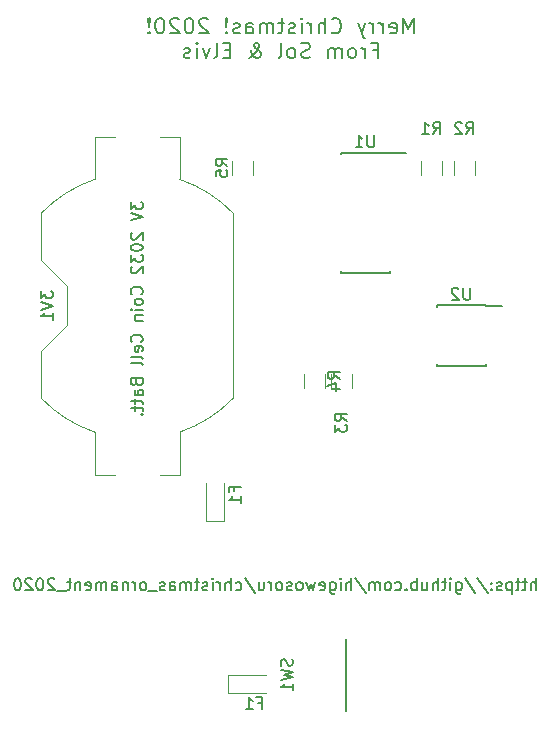
<source format=gbr>
%TF.GenerationSoftware,KiCad,Pcbnew,5.1.8-db9833491~88~ubuntu18.04.1*%
%TF.CreationDate,2020-11-25T20:35:17-08:00*%
%TF.ProjectId,xmas_ornament_2020,786d6173-5f6f-4726-9e61-6d656e745f32,rev?*%
%TF.SameCoordinates,Original*%
%TF.FileFunction,Legend,Bot*%
%TF.FilePolarity,Positive*%
%FSLAX46Y46*%
G04 Gerber Fmt 4.6, Leading zero omitted, Abs format (unit mm)*
G04 Created by KiCad (PCBNEW 5.1.8-db9833491~88~ubuntu18.04.1) date 2020-11-25 20:35:17*
%MOMM*%
%LPD*%
G01*
G04 APERTURE LIST*
%ADD10C,0.150000*%
%ADD11C,0.120000*%
G04 APERTURE END LIST*
D10*
X110971428Y-125420380D02*
X110971428Y-124420380D01*
X110542857Y-125420380D02*
X110542857Y-124896571D01*
X110590476Y-124801333D01*
X110685714Y-124753714D01*
X110828571Y-124753714D01*
X110923809Y-124801333D01*
X110971428Y-124848952D01*
X110209523Y-124753714D02*
X109828571Y-124753714D01*
X110066666Y-124420380D02*
X110066666Y-125277523D01*
X110019047Y-125372761D01*
X109923809Y-125420380D01*
X109828571Y-125420380D01*
X109638095Y-124753714D02*
X109257142Y-124753714D01*
X109495238Y-124420380D02*
X109495238Y-125277523D01*
X109447619Y-125372761D01*
X109352380Y-125420380D01*
X109257142Y-125420380D01*
X108923809Y-124753714D02*
X108923809Y-125753714D01*
X108923809Y-124801333D02*
X108828571Y-124753714D01*
X108638095Y-124753714D01*
X108542857Y-124801333D01*
X108495238Y-124848952D01*
X108447619Y-124944190D01*
X108447619Y-125229904D01*
X108495238Y-125325142D01*
X108542857Y-125372761D01*
X108638095Y-125420380D01*
X108828571Y-125420380D01*
X108923809Y-125372761D01*
X108066666Y-125372761D02*
X107971428Y-125420380D01*
X107780952Y-125420380D01*
X107685714Y-125372761D01*
X107638095Y-125277523D01*
X107638095Y-125229904D01*
X107685714Y-125134666D01*
X107780952Y-125087047D01*
X107923809Y-125087047D01*
X108019047Y-125039428D01*
X108066666Y-124944190D01*
X108066666Y-124896571D01*
X108019047Y-124801333D01*
X107923809Y-124753714D01*
X107780952Y-124753714D01*
X107685714Y-124801333D01*
X107209523Y-125325142D02*
X107161904Y-125372761D01*
X107209523Y-125420380D01*
X107257142Y-125372761D01*
X107209523Y-125325142D01*
X107209523Y-125420380D01*
X107209523Y-124801333D02*
X107161904Y-124848952D01*
X107209523Y-124896571D01*
X107257142Y-124848952D01*
X107209523Y-124801333D01*
X107209523Y-124896571D01*
X106019047Y-124372761D02*
X106876190Y-125658476D01*
X104971428Y-124372761D02*
X105828571Y-125658476D01*
X104209523Y-124753714D02*
X104209523Y-125563238D01*
X104257142Y-125658476D01*
X104304761Y-125706095D01*
X104400000Y-125753714D01*
X104542857Y-125753714D01*
X104638095Y-125706095D01*
X104209523Y-125372761D02*
X104304761Y-125420380D01*
X104495238Y-125420380D01*
X104590476Y-125372761D01*
X104638095Y-125325142D01*
X104685714Y-125229904D01*
X104685714Y-124944190D01*
X104638095Y-124848952D01*
X104590476Y-124801333D01*
X104495238Y-124753714D01*
X104304761Y-124753714D01*
X104209523Y-124801333D01*
X103733333Y-125420380D02*
X103733333Y-124753714D01*
X103733333Y-124420380D02*
X103780952Y-124468000D01*
X103733333Y-124515619D01*
X103685714Y-124468000D01*
X103733333Y-124420380D01*
X103733333Y-124515619D01*
X103400000Y-124753714D02*
X103019047Y-124753714D01*
X103257142Y-124420380D02*
X103257142Y-125277523D01*
X103209523Y-125372761D01*
X103114285Y-125420380D01*
X103019047Y-125420380D01*
X102685714Y-125420380D02*
X102685714Y-124420380D01*
X102257142Y-125420380D02*
X102257142Y-124896571D01*
X102304761Y-124801333D01*
X102400000Y-124753714D01*
X102542857Y-124753714D01*
X102638095Y-124801333D01*
X102685714Y-124848952D01*
X101352380Y-124753714D02*
X101352380Y-125420380D01*
X101780952Y-124753714D02*
X101780952Y-125277523D01*
X101733333Y-125372761D01*
X101638095Y-125420380D01*
X101495238Y-125420380D01*
X101400000Y-125372761D01*
X101352380Y-125325142D01*
X100876190Y-125420380D02*
X100876190Y-124420380D01*
X100876190Y-124801333D02*
X100780952Y-124753714D01*
X100590476Y-124753714D01*
X100495238Y-124801333D01*
X100447619Y-124848952D01*
X100400000Y-124944190D01*
X100400000Y-125229904D01*
X100447619Y-125325142D01*
X100495238Y-125372761D01*
X100590476Y-125420380D01*
X100780952Y-125420380D01*
X100876190Y-125372761D01*
X99971428Y-125325142D02*
X99923809Y-125372761D01*
X99971428Y-125420380D01*
X100019047Y-125372761D01*
X99971428Y-125325142D01*
X99971428Y-125420380D01*
X99066666Y-125372761D02*
X99161904Y-125420380D01*
X99352380Y-125420380D01*
X99447619Y-125372761D01*
X99495238Y-125325142D01*
X99542857Y-125229904D01*
X99542857Y-124944190D01*
X99495238Y-124848952D01*
X99447619Y-124801333D01*
X99352380Y-124753714D01*
X99161904Y-124753714D01*
X99066666Y-124801333D01*
X98495238Y-125420380D02*
X98590476Y-125372761D01*
X98638095Y-125325142D01*
X98685714Y-125229904D01*
X98685714Y-124944190D01*
X98638095Y-124848952D01*
X98590476Y-124801333D01*
X98495238Y-124753714D01*
X98352380Y-124753714D01*
X98257142Y-124801333D01*
X98209523Y-124848952D01*
X98161904Y-124944190D01*
X98161904Y-125229904D01*
X98209523Y-125325142D01*
X98257142Y-125372761D01*
X98352380Y-125420380D01*
X98495238Y-125420380D01*
X97733333Y-125420380D02*
X97733333Y-124753714D01*
X97733333Y-124848952D02*
X97685714Y-124801333D01*
X97590476Y-124753714D01*
X97447619Y-124753714D01*
X97352380Y-124801333D01*
X97304761Y-124896571D01*
X97304761Y-125420380D01*
X97304761Y-124896571D02*
X97257142Y-124801333D01*
X97161904Y-124753714D01*
X97019047Y-124753714D01*
X96923809Y-124801333D01*
X96876190Y-124896571D01*
X96876190Y-125420380D01*
X95685714Y-124372761D02*
X96542857Y-125658476D01*
X95352380Y-125420380D02*
X95352380Y-124420380D01*
X94923809Y-125420380D02*
X94923809Y-124896571D01*
X94971428Y-124801333D01*
X95066666Y-124753714D01*
X95209523Y-124753714D01*
X95304761Y-124801333D01*
X95352380Y-124848952D01*
X94447619Y-125420380D02*
X94447619Y-124753714D01*
X94447619Y-124420380D02*
X94495238Y-124468000D01*
X94447619Y-124515619D01*
X94400000Y-124468000D01*
X94447619Y-124420380D01*
X94447619Y-124515619D01*
X93542857Y-124753714D02*
X93542857Y-125563238D01*
X93590476Y-125658476D01*
X93638095Y-125706095D01*
X93733333Y-125753714D01*
X93876190Y-125753714D01*
X93971428Y-125706095D01*
X93542857Y-125372761D02*
X93638095Y-125420380D01*
X93828571Y-125420380D01*
X93923809Y-125372761D01*
X93971428Y-125325142D01*
X94019047Y-125229904D01*
X94019047Y-124944190D01*
X93971428Y-124848952D01*
X93923809Y-124801333D01*
X93828571Y-124753714D01*
X93638095Y-124753714D01*
X93542857Y-124801333D01*
X92685714Y-125372761D02*
X92780952Y-125420380D01*
X92971428Y-125420380D01*
X93066666Y-125372761D01*
X93114285Y-125277523D01*
X93114285Y-124896571D01*
X93066666Y-124801333D01*
X92971428Y-124753714D01*
X92780952Y-124753714D01*
X92685714Y-124801333D01*
X92638095Y-124896571D01*
X92638095Y-124991809D01*
X93114285Y-125087047D01*
X92304761Y-124753714D02*
X92114285Y-125420380D01*
X91923809Y-124944190D01*
X91733333Y-125420380D01*
X91542857Y-124753714D01*
X91019047Y-125420380D02*
X91114285Y-125372761D01*
X91161904Y-125325142D01*
X91209523Y-125229904D01*
X91209523Y-124944190D01*
X91161904Y-124848952D01*
X91114285Y-124801333D01*
X91019047Y-124753714D01*
X90876190Y-124753714D01*
X90780952Y-124801333D01*
X90733333Y-124848952D01*
X90685714Y-124944190D01*
X90685714Y-125229904D01*
X90733333Y-125325142D01*
X90780952Y-125372761D01*
X90876190Y-125420380D01*
X91019047Y-125420380D01*
X90304761Y-125372761D02*
X90209523Y-125420380D01*
X90019047Y-125420380D01*
X89923809Y-125372761D01*
X89876190Y-125277523D01*
X89876190Y-125229904D01*
X89923809Y-125134666D01*
X90019047Y-125087047D01*
X90161904Y-125087047D01*
X90257142Y-125039428D01*
X90304761Y-124944190D01*
X90304761Y-124896571D01*
X90257142Y-124801333D01*
X90161904Y-124753714D01*
X90019047Y-124753714D01*
X89923809Y-124801333D01*
X89304761Y-125420380D02*
X89400000Y-125372761D01*
X89447619Y-125325142D01*
X89495238Y-125229904D01*
X89495238Y-124944190D01*
X89447619Y-124848952D01*
X89400000Y-124801333D01*
X89304761Y-124753714D01*
X89161904Y-124753714D01*
X89066666Y-124801333D01*
X89019047Y-124848952D01*
X88971428Y-124944190D01*
X88971428Y-125229904D01*
X89019047Y-125325142D01*
X89066666Y-125372761D01*
X89161904Y-125420380D01*
X89304761Y-125420380D01*
X88542857Y-125420380D02*
X88542857Y-124753714D01*
X88542857Y-124944190D02*
X88495238Y-124848952D01*
X88447619Y-124801333D01*
X88352380Y-124753714D01*
X88257142Y-124753714D01*
X87495238Y-124753714D02*
X87495238Y-125420380D01*
X87923809Y-124753714D02*
X87923809Y-125277523D01*
X87876190Y-125372761D01*
X87780952Y-125420380D01*
X87638095Y-125420380D01*
X87542857Y-125372761D01*
X87495238Y-125325142D01*
X86304761Y-124372761D02*
X87161904Y-125658476D01*
X85542857Y-125372761D02*
X85638095Y-125420380D01*
X85828571Y-125420380D01*
X85923809Y-125372761D01*
X85971428Y-125325142D01*
X86019047Y-125229904D01*
X86019047Y-124944190D01*
X85971428Y-124848952D01*
X85923809Y-124801333D01*
X85828571Y-124753714D01*
X85638095Y-124753714D01*
X85542857Y-124801333D01*
X85114285Y-125420380D02*
X85114285Y-124420380D01*
X84685714Y-125420380D02*
X84685714Y-124896571D01*
X84733333Y-124801333D01*
X84828571Y-124753714D01*
X84971428Y-124753714D01*
X85066666Y-124801333D01*
X85114285Y-124848952D01*
X84209523Y-125420380D02*
X84209523Y-124753714D01*
X84209523Y-124944190D02*
X84161904Y-124848952D01*
X84114285Y-124801333D01*
X84019047Y-124753714D01*
X83923809Y-124753714D01*
X83590476Y-125420380D02*
X83590476Y-124753714D01*
X83590476Y-124420380D02*
X83638095Y-124468000D01*
X83590476Y-124515619D01*
X83542857Y-124468000D01*
X83590476Y-124420380D01*
X83590476Y-124515619D01*
X83161904Y-125372761D02*
X83066666Y-125420380D01*
X82876190Y-125420380D01*
X82780952Y-125372761D01*
X82733333Y-125277523D01*
X82733333Y-125229904D01*
X82780952Y-125134666D01*
X82876190Y-125087047D01*
X83019047Y-125087047D01*
X83114285Y-125039428D01*
X83161904Y-124944190D01*
X83161904Y-124896571D01*
X83114285Y-124801333D01*
X83019047Y-124753714D01*
X82876190Y-124753714D01*
X82780952Y-124801333D01*
X82447619Y-124753714D02*
X82066666Y-124753714D01*
X82304761Y-124420380D02*
X82304761Y-125277523D01*
X82257142Y-125372761D01*
X82161904Y-125420380D01*
X82066666Y-125420380D01*
X81733333Y-125420380D02*
X81733333Y-124753714D01*
X81733333Y-124848952D02*
X81685714Y-124801333D01*
X81590476Y-124753714D01*
X81447619Y-124753714D01*
X81352380Y-124801333D01*
X81304761Y-124896571D01*
X81304761Y-125420380D01*
X81304761Y-124896571D02*
X81257142Y-124801333D01*
X81161904Y-124753714D01*
X81019047Y-124753714D01*
X80923809Y-124801333D01*
X80876190Y-124896571D01*
X80876190Y-125420380D01*
X79971428Y-125420380D02*
X79971428Y-124896571D01*
X80019047Y-124801333D01*
X80114285Y-124753714D01*
X80304761Y-124753714D01*
X80400000Y-124801333D01*
X79971428Y-125372761D02*
X80066666Y-125420380D01*
X80304761Y-125420380D01*
X80400000Y-125372761D01*
X80447619Y-125277523D01*
X80447619Y-125182285D01*
X80400000Y-125087047D01*
X80304761Y-125039428D01*
X80066666Y-125039428D01*
X79971428Y-124991809D01*
X79542857Y-125372761D02*
X79447619Y-125420380D01*
X79257142Y-125420380D01*
X79161904Y-125372761D01*
X79114285Y-125277523D01*
X79114285Y-125229904D01*
X79161904Y-125134666D01*
X79257142Y-125087047D01*
X79400000Y-125087047D01*
X79495238Y-125039428D01*
X79542857Y-124944190D01*
X79542857Y-124896571D01*
X79495238Y-124801333D01*
X79400000Y-124753714D01*
X79257142Y-124753714D01*
X79161904Y-124801333D01*
X78923809Y-125515619D02*
X78161904Y-125515619D01*
X77780952Y-125420380D02*
X77876190Y-125372761D01*
X77923809Y-125325142D01*
X77971428Y-125229904D01*
X77971428Y-124944190D01*
X77923809Y-124848952D01*
X77876190Y-124801333D01*
X77780952Y-124753714D01*
X77638095Y-124753714D01*
X77542857Y-124801333D01*
X77495238Y-124848952D01*
X77447619Y-124944190D01*
X77447619Y-125229904D01*
X77495238Y-125325142D01*
X77542857Y-125372761D01*
X77638095Y-125420380D01*
X77780952Y-125420380D01*
X77019047Y-125420380D02*
X77019047Y-124753714D01*
X77019047Y-124944190D02*
X76971428Y-124848952D01*
X76923809Y-124801333D01*
X76828571Y-124753714D01*
X76733333Y-124753714D01*
X76400000Y-124753714D02*
X76400000Y-125420380D01*
X76400000Y-124848952D02*
X76352380Y-124801333D01*
X76257142Y-124753714D01*
X76114285Y-124753714D01*
X76019047Y-124801333D01*
X75971428Y-124896571D01*
X75971428Y-125420380D01*
X75066666Y-125420380D02*
X75066666Y-124896571D01*
X75114285Y-124801333D01*
X75209523Y-124753714D01*
X75400000Y-124753714D01*
X75495238Y-124801333D01*
X75066666Y-125372761D02*
X75161904Y-125420380D01*
X75400000Y-125420380D01*
X75495238Y-125372761D01*
X75542857Y-125277523D01*
X75542857Y-125182285D01*
X75495238Y-125087047D01*
X75400000Y-125039428D01*
X75161904Y-125039428D01*
X75066666Y-124991809D01*
X74590476Y-125420380D02*
X74590476Y-124753714D01*
X74590476Y-124848952D02*
X74542857Y-124801333D01*
X74447619Y-124753714D01*
X74304761Y-124753714D01*
X74209523Y-124801333D01*
X74161904Y-124896571D01*
X74161904Y-125420380D01*
X74161904Y-124896571D02*
X74114285Y-124801333D01*
X74019047Y-124753714D01*
X73876190Y-124753714D01*
X73780952Y-124801333D01*
X73733333Y-124896571D01*
X73733333Y-125420380D01*
X72876190Y-125372761D02*
X72971428Y-125420380D01*
X73161904Y-125420380D01*
X73257142Y-125372761D01*
X73304761Y-125277523D01*
X73304761Y-124896571D01*
X73257142Y-124801333D01*
X73161904Y-124753714D01*
X72971428Y-124753714D01*
X72876190Y-124801333D01*
X72828571Y-124896571D01*
X72828571Y-124991809D01*
X73304761Y-125087047D01*
X72400000Y-124753714D02*
X72400000Y-125420380D01*
X72400000Y-124848952D02*
X72352380Y-124801333D01*
X72257142Y-124753714D01*
X72114285Y-124753714D01*
X72019047Y-124801333D01*
X71971428Y-124896571D01*
X71971428Y-125420380D01*
X71638095Y-124753714D02*
X71257142Y-124753714D01*
X71495238Y-124420380D02*
X71495238Y-125277523D01*
X71447619Y-125372761D01*
X71352380Y-125420380D01*
X71257142Y-125420380D01*
X71161904Y-125515619D02*
X70400000Y-125515619D01*
X70209523Y-124515619D02*
X70161904Y-124468000D01*
X70066666Y-124420380D01*
X69828571Y-124420380D01*
X69733333Y-124468000D01*
X69685714Y-124515619D01*
X69638095Y-124610857D01*
X69638095Y-124706095D01*
X69685714Y-124848952D01*
X70257142Y-125420380D01*
X69638095Y-125420380D01*
X69019047Y-124420380D02*
X68923809Y-124420380D01*
X68828571Y-124468000D01*
X68780952Y-124515619D01*
X68733333Y-124610857D01*
X68685714Y-124801333D01*
X68685714Y-125039428D01*
X68733333Y-125229904D01*
X68780952Y-125325142D01*
X68828571Y-125372761D01*
X68923809Y-125420380D01*
X69019047Y-125420380D01*
X69114285Y-125372761D01*
X69161904Y-125325142D01*
X69209523Y-125229904D01*
X69257142Y-125039428D01*
X69257142Y-124801333D01*
X69209523Y-124610857D01*
X69161904Y-124515619D01*
X69114285Y-124468000D01*
X69019047Y-124420380D01*
X68304761Y-124515619D02*
X68257142Y-124468000D01*
X68161904Y-124420380D01*
X67923809Y-124420380D01*
X67828571Y-124468000D01*
X67780952Y-124515619D01*
X67733333Y-124610857D01*
X67733333Y-124706095D01*
X67780952Y-124848952D01*
X68352380Y-125420380D01*
X67733333Y-125420380D01*
X67114285Y-124420380D02*
X67019047Y-124420380D01*
X66923809Y-124468000D01*
X66876190Y-124515619D01*
X66828571Y-124610857D01*
X66780952Y-124801333D01*
X66780952Y-125039428D01*
X66828571Y-125229904D01*
X66876190Y-125325142D01*
X66923809Y-125372761D01*
X67019047Y-125420380D01*
X67114285Y-125420380D01*
X67209523Y-125372761D01*
X67257142Y-125325142D01*
X67304761Y-125229904D01*
X67352380Y-125039428D01*
X67352380Y-124801333D01*
X67304761Y-124610857D01*
X67257142Y-124515619D01*
X67209523Y-124468000D01*
X67114285Y-124420380D01*
X76668380Y-92552380D02*
X76668380Y-93171428D01*
X77049333Y-92838095D01*
X77049333Y-92980952D01*
X77096952Y-93076190D01*
X77144571Y-93123809D01*
X77239809Y-93171428D01*
X77477904Y-93171428D01*
X77573142Y-93123809D01*
X77620761Y-93076190D01*
X77668380Y-92980952D01*
X77668380Y-92695238D01*
X77620761Y-92600000D01*
X77573142Y-92552380D01*
X76668380Y-93457142D02*
X77668380Y-93790476D01*
X76668380Y-94123809D01*
X76763619Y-95171428D02*
X76716000Y-95219047D01*
X76668380Y-95314285D01*
X76668380Y-95552380D01*
X76716000Y-95647619D01*
X76763619Y-95695238D01*
X76858857Y-95742857D01*
X76954095Y-95742857D01*
X77096952Y-95695238D01*
X77668380Y-95123809D01*
X77668380Y-95742857D01*
X76668380Y-96361904D02*
X76668380Y-96457142D01*
X76716000Y-96552380D01*
X76763619Y-96600000D01*
X76858857Y-96647619D01*
X77049333Y-96695238D01*
X77287428Y-96695238D01*
X77477904Y-96647619D01*
X77573142Y-96600000D01*
X77620761Y-96552380D01*
X77668380Y-96457142D01*
X77668380Y-96361904D01*
X77620761Y-96266666D01*
X77573142Y-96219047D01*
X77477904Y-96171428D01*
X77287428Y-96123809D01*
X77049333Y-96123809D01*
X76858857Y-96171428D01*
X76763619Y-96219047D01*
X76716000Y-96266666D01*
X76668380Y-96361904D01*
X76668380Y-97028571D02*
X76668380Y-97647619D01*
X77049333Y-97314285D01*
X77049333Y-97457142D01*
X77096952Y-97552380D01*
X77144571Y-97600000D01*
X77239809Y-97647619D01*
X77477904Y-97647619D01*
X77573142Y-97600000D01*
X77620761Y-97552380D01*
X77668380Y-97457142D01*
X77668380Y-97171428D01*
X77620761Y-97076190D01*
X77573142Y-97028571D01*
X76763619Y-98028571D02*
X76716000Y-98076190D01*
X76668380Y-98171428D01*
X76668380Y-98409523D01*
X76716000Y-98504761D01*
X76763619Y-98552380D01*
X76858857Y-98600000D01*
X76954095Y-98600000D01*
X77096952Y-98552380D01*
X77668380Y-97980952D01*
X77668380Y-98600000D01*
X77573142Y-100361904D02*
X77620761Y-100314285D01*
X77668380Y-100171428D01*
X77668380Y-100076190D01*
X77620761Y-99933333D01*
X77525523Y-99838095D01*
X77430285Y-99790476D01*
X77239809Y-99742857D01*
X77096952Y-99742857D01*
X76906476Y-99790476D01*
X76811238Y-99838095D01*
X76716000Y-99933333D01*
X76668380Y-100076190D01*
X76668380Y-100171428D01*
X76716000Y-100314285D01*
X76763619Y-100361904D01*
X77668380Y-100933333D02*
X77620761Y-100838095D01*
X77573142Y-100790476D01*
X77477904Y-100742857D01*
X77192190Y-100742857D01*
X77096952Y-100790476D01*
X77049333Y-100838095D01*
X77001714Y-100933333D01*
X77001714Y-101076190D01*
X77049333Y-101171428D01*
X77096952Y-101219047D01*
X77192190Y-101266666D01*
X77477904Y-101266666D01*
X77573142Y-101219047D01*
X77620761Y-101171428D01*
X77668380Y-101076190D01*
X77668380Y-100933333D01*
X77668380Y-101695238D02*
X77001714Y-101695238D01*
X76668380Y-101695238D02*
X76716000Y-101647619D01*
X76763619Y-101695238D01*
X76716000Y-101742857D01*
X76668380Y-101695238D01*
X76763619Y-101695238D01*
X77001714Y-102171428D02*
X77668380Y-102171428D01*
X77096952Y-102171428D02*
X77049333Y-102219047D01*
X77001714Y-102314285D01*
X77001714Y-102457142D01*
X77049333Y-102552380D01*
X77144571Y-102600000D01*
X77668380Y-102600000D01*
X77573142Y-104409523D02*
X77620761Y-104361904D01*
X77668380Y-104219047D01*
X77668380Y-104123809D01*
X77620761Y-103980952D01*
X77525523Y-103885714D01*
X77430285Y-103838095D01*
X77239809Y-103790476D01*
X77096952Y-103790476D01*
X76906476Y-103838095D01*
X76811238Y-103885714D01*
X76716000Y-103980952D01*
X76668380Y-104123809D01*
X76668380Y-104219047D01*
X76716000Y-104361904D01*
X76763619Y-104409523D01*
X77620761Y-105219047D02*
X77668380Y-105123809D01*
X77668380Y-104933333D01*
X77620761Y-104838095D01*
X77525523Y-104790476D01*
X77144571Y-104790476D01*
X77049333Y-104838095D01*
X77001714Y-104933333D01*
X77001714Y-105123809D01*
X77049333Y-105219047D01*
X77144571Y-105266666D01*
X77239809Y-105266666D01*
X77335047Y-104790476D01*
X77668380Y-105838095D02*
X77620761Y-105742857D01*
X77525523Y-105695238D01*
X76668380Y-105695238D01*
X77668380Y-106361904D02*
X77620761Y-106266666D01*
X77525523Y-106219047D01*
X76668380Y-106219047D01*
X77144571Y-107838095D02*
X77192190Y-107980952D01*
X77239809Y-108028571D01*
X77335047Y-108076190D01*
X77477904Y-108076190D01*
X77573142Y-108028571D01*
X77620761Y-107980952D01*
X77668380Y-107885714D01*
X77668380Y-107504761D01*
X76668380Y-107504761D01*
X76668380Y-107838095D01*
X76716000Y-107933333D01*
X76763619Y-107980952D01*
X76858857Y-108028571D01*
X76954095Y-108028571D01*
X77049333Y-107980952D01*
X77096952Y-107933333D01*
X77144571Y-107838095D01*
X77144571Y-107504761D01*
X77668380Y-108933333D02*
X77144571Y-108933333D01*
X77049333Y-108885714D01*
X77001714Y-108790476D01*
X77001714Y-108600000D01*
X77049333Y-108504761D01*
X77620761Y-108933333D02*
X77668380Y-108838095D01*
X77668380Y-108600000D01*
X77620761Y-108504761D01*
X77525523Y-108457142D01*
X77430285Y-108457142D01*
X77335047Y-108504761D01*
X77287428Y-108600000D01*
X77287428Y-108838095D01*
X77239809Y-108933333D01*
X77001714Y-109266666D02*
X77001714Y-109647619D01*
X76668380Y-109409523D02*
X77525523Y-109409523D01*
X77620761Y-109457142D01*
X77668380Y-109552380D01*
X77668380Y-109647619D01*
X77001714Y-109838095D02*
X77001714Y-110219047D01*
X76668380Y-109980952D02*
X77525523Y-109980952D01*
X77620761Y-110028571D01*
X77668380Y-110123809D01*
X77668380Y-110219047D01*
X77573142Y-110552380D02*
X77620761Y-110600000D01*
X77668380Y-110552380D01*
X77620761Y-110504761D01*
X77573142Y-110552380D01*
X77668380Y-110552380D01*
X100612761Y-78278095D02*
X100612761Y-76978095D01*
X100179428Y-77906666D01*
X99746095Y-76978095D01*
X99746095Y-78278095D01*
X98631809Y-78216190D02*
X98755619Y-78278095D01*
X99003238Y-78278095D01*
X99127047Y-78216190D01*
X99188952Y-78092380D01*
X99188952Y-77597142D01*
X99127047Y-77473333D01*
X99003238Y-77411428D01*
X98755619Y-77411428D01*
X98631809Y-77473333D01*
X98569904Y-77597142D01*
X98569904Y-77720952D01*
X99188952Y-77844761D01*
X98012761Y-78278095D02*
X98012761Y-77411428D01*
X98012761Y-77659047D02*
X97950857Y-77535238D01*
X97888952Y-77473333D01*
X97765142Y-77411428D01*
X97641333Y-77411428D01*
X97208000Y-78278095D02*
X97208000Y-77411428D01*
X97208000Y-77659047D02*
X97146095Y-77535238D01*
X97084190Y-77473333D01*
X96960380Y-77411428D01*
X96836571Y-77411428D01*
X96527047Y-77411428D02*
X96217523Y-78278095D01*
X95908000Y-77411428D02*
X96217523Y-78278095D01*
X96341333Y-78587619D01*
X96403238Y-78649523D01*
X96527047Y-78711428D01*
X93679428Y-78154285D02*
X93741333Y-78216190D01*
X93927047Y-78278095D01*
X94050857Y-78278095D01*
X94236571Y-78216190D01*
X94360380Y-78092380D01*
X94422285Y-77968571D01*
X94484190Y-77720952D01*
X94484190Y-77535238D01*
X94422285Y-77287619D01*
X94360380Y-77163809D01*
X94236571Y-77040000D01*
X94050857Y-76978095D01*
X93927047Y-76978095D01*
X93741333Y-77040000D01*
X93679428Y-77101904D01*
X93122285Y-78278095D02*
X93122285Y-76978095D01*
X92565142Y-78278095D02*
X92565142Y-77597142D01*
X92627047Y-77473333D01*
X92750857Y-77411428D01*
X92936571Y-77411428D01*
X93060380Y-77473333D01*
X93122285Y-77535238D01*
X91946095Y-78278095D02*
X91946095Y-77411428D01*
X91946095Y-77659047D02*
X91884190Y-77535238D01*
X91822285Y-77473333D01*
X91698476Y-77411428D01*
X91574666Y-77411428D01*
X91141333Y-78278095D02*
X91141333Y-77411428D01*
X91141333Y-76978095D02*
X91203238Y-77040000D01*
X91141333Y-77101904D01*
X91079428Y-77040000D01*
X91141333Y-76978095D01*
X91141333Y-77101904D01*
X90584190Y-78216190D02*
X90460380Y-78278095D01*
X90212761Y-78278095D01*
X90088952Y-78216190D01*
X90027047Y-78092380D01*
X90027047Y-78030476D01*
X90088952Y-77906666D01*
X90212761Y-77844761D01*
X90398476Y-77844761D01*
X90522285Y-77782857D01*
X90584190Y-77659047D01*
X90584190Y-77597142D01*
X90522285Y-77473333D01*
X90398476Y-77411428D01*
X90212761Y-77411428D01*
X90088952Y-77473333D01*
X89655619Y-77411428D02*
X89160380Y-77411428D01*
X89469904Y-76978095D02*
X89469904Y-78092380D01*
X89408000Y-78216190D01*
X89284190Y-78278095D01*
X89160380Y-78278095D01*
X88727047Y-78278095D02*
X88727047Y-77411428D01*
X88727047Y-77535238D02*
X88665142Y-77473333D01*
X88541333Y-77411428D01*
X88355619Y-77411428D01*
X88231809Y-77473333D01*
X88169904Y-77597142D01*
X88169904Y-78278095D01*
X88169904Y-77597142D02*
X88108000Y-77473333D01*
X87984190Y-77411428D01*
X87798476Y-77411428D01*
X87674666Y-77473333D01*
X87612761Y-77597142D01*
X87612761Y-78278095D01*
X86436571Y-78278095D02*
X86436571Y-77597142D01*
X86498476Y-77473333D01*
X86622285Y-77411428D01*
X86869904Y-77411428D01*
X86993714Y-77473333D01*
X86436571Y-78216190D02*
X86560380Y-78278095D01*
X86869904Y-78278095D01*
X86993714Y-78216190D01*
X87055619Y-78092380D01*
X87055619Y-77968571D01*
X86993714Y-77844761D01*
X86869904Y-77782857D01*
X86560380Y-77782857D01*
X86436571Y-77720952D01*
X85879428Y-78216190D02*
X85755619Y-78278095D01*
X85508000Y-78278095D01*
X85384190Y-78216190D01*
X85322285Y-78092380D01*
X85322285Y-78030476D01*
X85384190Y-77906666D01*
X85508000Y-77844761D01*
X85693714Y-77844761D01*
X85817523Y-77782857D01*
X85879428Y-77659047D01*
X85879428Y-77597142D01*
X85817523Y-77473333D01*
X85693714Y-77411428D01*
X85508000Y-77411428D01*
X85384190Y-77473333D01*
X84765142Y-78154285D02*
X84703238Y-78216190D01*
X84765142Y-78278095D01*
X84827047Y-78216190D01*
X84765142Y-78154285D01*
X84765142Y-78278095D01*
X84765142Y-77782857D02*
X84827047Y-77040000D01*
X84765142Y-76978095D01*
X84703238Y-77040000D01*
X84765142Y-77782857D01*
X84765142Y-76978095D01*
X83217523Y-77101904D02*
X83155619Y-77040000D01*
X83031809Y-76978095D01*
X82722285Y-76978095D01*
X82598476Y-77040000D01*
X82536571Y-77101904D01*
X82474666Y-77225714D01*
X82474666Y-77349523D01*
X82536571Y-77535238D01*
X83279428Y-78278095D01*
X82474666Y-78278095D01*
X81669904Y-76978095D02*
X81546095Y-76978095D01*
X81422285Y-77040000D01*
X81360380Y-77101904D01*
X81298476Y-77225714D01*
X81236571Y-77473333D01*
X81236571Y-77782857D01*
X81298476Y-78030476D01*
X81360380Y-78154285D01*
X81422285Y-78216190D01*
X81546095Y-78278095D01*
X81669904Y-78278095D01*
X81793714Y-78216190D01*
X81855619Y-78154285D01*
X81917523Y-78030476D01*
X81979428Y-77782857D01*
X81979428Y-77473333D01*
X81917523Y-77225714D01*
X81855619Y-77101904D01*
X81793714Y-77040000D01*
X81669904Y-76978095D01*
X80741333Y-77101904D02*
X80679428Y-77040000D01*
X80555619Y-76978095D01*
X80246095Y-76978095D01*
X80122285Y-77040000D01*
X80060380Y-77101904D01*
X79998476Y-77225714D01*
X79998476Y-77349523D01*
X80060380Y-77535238D01*
X80803238Y-78278095D01*
X79998476Y-78278095D01*
X79193714Y-76978095D02*
X79069904Y-76978095D01*
X78946095Y-77040000D01*
X78884190Y-77101904D01*
X78822285Y-77225714D01*
X78760380Y-77473333D01*
X78760380Y-77782857D01*
X78822285Y-78030476D01*
X78884190Y-78154285D01*
X78946095Y-78216190D01*
X79069904Y-78278095D01*
X79193714Y-78278095D01*
X79317523Y-78216190D01*
X79379428Y-78154285D01*
X79441333Y-78030476D01*
X79503238Y-77782857D01*
X79503238Y-77473333D01*
X79441333Y-77225714D01*
X79379428Y-77101904D01*
X79317523Y-77040000D01*
X79193714Y-76978095D01*
X78203238Y-78154285D02*
X78141333Y-78216190D01*
X78203238Y-78278095D01*
X78265142Y-78216190D01*
X78203238Y-78154285D01*
X78203238Y-78278095D01*
X78203238Y-77782857D02*
X78265142Y-77040000D01*
X78203238Y-76978095D01*
X78141333Y-77040000D01*
X78203238Y-77782857D01*
X78203238Y-76978095D01*
X97177047Y-79697142D02*
X97610380Y-79697142D01*
X97610380Y-80378095D02*
X97610380Y-79078095D01*
X96991333Y-79078095D01*
X96496095Y-80378095D02*
X96496095Y-79511428D01*
X96496095Y-79759047D02*
X96434190Y-79635238D01*
X96372285Y-79573333D01*
X96248476Y-79511428D01*
X96124666Y-79511428D01*
X95505619Y-80378095D02*
X95629428Y-80316190D01*
X95691333Y-80254285D01*
X95753238Y-80130476D01*
X95753238Y-79759047D01*
X95691333Y-79635238D01*
X95629428Y-79573333D01*
X95505619Y-79511428D01*
X95319904Y-79511428D01*
X95196095Y-79573333D01*
X95134190Y-79635238D01*
X95072285Y-79759047D01*
X95072285Y-80130476D01*
X95134190Y-80254285D01*
X95196095Y-80316190D01*
X95319904Y-80378095D01*
X95505619Y-80378095D01*
X94515142Y-80378095D02*
X94515142Y-79511428D01*
X94515142Y-79635238D02*
X94453238Y-79573333D01*
X94329428Y-79511428D01*
X94143714Y-79511428D01*
X94019904Y-79573333D01*
X93958000Y-79697142D01*
X93958000Y-80378095D01*
X93958000Y-79697142D02*
X93896095Y-79573333D01*
X93772285Y-79511428D01*
X93586571Y-79511428D01*
X93462761Y-79573333D01*
X93400857Y-79697142D01*
X93400857Y-80378095D01*
X91853238Y-80316190D02*
X91667523Y-80378095D01*
X91358000Y-80378095D01*
X91234190Y-80316190D01*
X91172285Y-80254285D01*
X91110380Y-80130476D01*
X91110380Y-80006666D01*
X91172285Y-79882857D01*
X91234190Y-79820952D01*
X91358000Y-79759047D01*
X91605619Y-79697142D01*
X91729428Y-79635238D01*
X91791333Y-79573333D01*
X91853238Y-79449523D01*
X91853238Y-79325714D01*
X91791333Y-79201904D01*
X91729428Y-79140000D01*
X91605619Y-79078095D01*
X91296095Y-79078095D01*
X91110380Y-79140000D01*
X90367523Y-80378095D02*
X90491333Y-80316190D01*
X90553238Y-80254285D01*
X90615142Y-80130476D01*
X90615142Y-79759047D01*
X90553238Y-79635238D01*
X90491333Y-79573333D01*
X90367523Y-79511428D01*
X90181809Y-79511428D01*
X90058000Y-79573333D01*
X89996095Y-79635238D01*
X89934190Y-79759047D01*
X89934190Y-80130476D01*
X89996095Y-80254285D01*
X90058000Y-80316190D01*
X90181809Y-80378095D01*
X90367523Y-80378095D01*
X89191333Y-80378095D02*
X89315142Y-80316190D01*
X89377047Y-80192380D01*
X89377047Y-79078095D01*
X86653238Y-80378095D02*
X86715142Y-80378095D01*
X86838952Y-80316190D01*
X87024666Y-80130476D01*
X87334190Y-79759047D01*
X87458000Y-79573333D01*
X87519904Y-79387619D01*
X87519904Y-79263809D01*
X87458000Y-79140000D01*
X87334190Y-79078095D01*
X87272285Y-79078095D01*
X87148476Y-79140000D01*
X87086571Y-79263809D01*
X87086571Y-79325714D01*
X87148476Y-79449523D01*
X87210380Y-79511428D01*
X87581809Y-79759047D01*
X87643714Y-79820952D01*
X87705619Y-79944761D01*
X87705619Y-80130476D01*
X87643714Y-80254285D01*
X87581809Y-80316190D01*
X87458000Y-80378095D01*
X87272285Y-80378095D01*
X87148476Y-80316190D01*
X87086571Y-80254285D01*
X86900857Y-80006666D01*
X86838952Y-79820952D01*
X86838952Y-79697142D01*
X85105619Y-79697142D02*
X84672285Y-79697142D01*
X84486571Y-80378095D02*
X85105619Y-80378095D01*
X85105619Y-79078095D01*
X84486571Y-79078095D01*
X83743714Y-80378095D02*
X83867523Y-80316190D01*
X83929428Y-80192380D01*
X83929428Y-79078095D01*
X83372285Y-79511428D02*
X83062761Y-80378095D01*
X82753238Y-79511428D01*
X82258000Y-80378095D02*
X82258000Y-79511428D01*
X82258000Y-79078095D02*
X82319904Y-79140000D01*
X82258000Y-79201904D01*
X82196095Y-79140000D01*
X82258000Y-79078095D01*
X82258000Y-79201904D01*
X81700857Y-80316190D02*
X81577047Y-80378095D01*
X81329428Y-80378095D01*
X81205619Y-80316190D01*
X81143714Y-80192380D01*
X81143714Y-80130476D01*
X81205619Y-80006666D01*
X81329428Y-79944761D01*
X81515142Y-79944761D01*
X81638952Y-79882857D01*
X81700857Y-79759047D01*
X81700857Y-79697142D01*
X81638952Y-79573333D01*
X81515142Y-79511428D01*
X81329428Y-79511428D01*
X81205619Y-79573333D01*
D11*
%TO.C,F1*%
X84570000Y-119548000D02*
X83070000Y-119548000D01*
X84570000Y-119548000D02*
X84570000Y-116348000D01*
X83070000Y-116348000D02*
X83070000Y-119548000D01*
%TO.C,3V1*%
X75316000Y-115656000D02*
X73606000Y-115656000D01*
X73606000Y-112038000D02*
X73606000Y-115656000D01*
X69106000Y-105206000D02*
X69106000Y-109193300D01*
X71306000Y-103006000D02*
X69106000Y-105206000D01*
X71306000Y-99686000D02*
X71306000Y-103006000D01*
X71306000Y-99686000D02*
X69106000Y-97486000D01*
X69106000Y-93498700D02*
X69106000Y-97486000D01*
X75316000Y-87036000D02*
X73606000Y-87036000D01*
X73606000Y-87036000D02*
X73606000Y-90654000D01*
X80826000Y-90654000D02*
X80826000Y-87036000D01*
X79116000Y-87036000D02*
X80826000Y-87036000D01*
X85326000Y-109193300D02*
X85326000Y-93498700D01*
X79116000Y-115656000D02*
X80826000Y-115656000D01*
X80826000Y-115656000D02*
X80826000Y-112038000D01*
X69104211Y-109191370D02*
G75*
G03*
X73606000Y-112038000I8111789J7845370D01*
G01*
X85327789Y-93500630D02*
G75*
G03*
X80826000Y-90654000I-8111789J-7845370D01*
G01*
X69104211Y-93500630D02*
G75*
G02*
X73606000Y-90654000I8111789J-7845370D01*
G01*
X85327789Y-109191370D02*
G75*
G02*
X80826000Y-112038000I-8111789J7845370D01*
G01*
%TO.C,F1*%
X88122000Y-132600000D02*
X84922000Y-132600000D01*
X84922000Y-134100000D02*
X88122000Y-134100000D01*
X84922000Y-134100000D02*
X84922000Y-132600000D01*
%TO.C,R1*%
X102988000Y-90262000D02*
X102988000Y-89062000D01*
X101228000Y-89062000D02*
X101228000Y-90262000D01*
%TO.C,R2*%
X105782000Y-90262000D02*
X105782000Y-89062000D01*
X104022000Y-89062000D02*
X104022000Y-90262000D01*
%TO.C,R3*%
X93608000Y-107096000D02*
X93608000Y-108296000D01*
X95368000Y-108296000D02*
X95368000Y-107096000D01*
%TO.C,R4*%
X91322000Y-107096000D02*
X91322000Y-108296000D01*
X93082000Y-108296000D02*
X93082000Y-107096000D01*
%TO.C,R5*%
X86986000Y-90262000D02*
X86986000Y-89062000D01*
X85226000Y-89062000D02*
X85226000Y-90262000D01*
D10*
%TO.C,SW1*%
X94869000Y-129540000D02*
X94869000Y-135636000D01*
%TO.C,U1*%
X98595000Y-88397000D02*
X98595000Y-88422000D01*
X94445000Y-88397000D02*
X94445000Y-88502000D01*
X94445000Y-98547000D02*
X94445000Y-98442000D01*
X98595000Y-98547000D02*
X98595000Y-98442000D01*
X98595000Y-88397000D02*
X94445000Y-88397000D01*
X98595000Y-98547000D02*
X94445000Y-98547000D01*
X98595000Y-88422000D02*
X99970000Y-88422000D01*
%TO.C,U2*%
X106723000Y-101311000D02*
X106723000Y-101361000D01*
X102573000Y-101311000D02*
X102573000Y-101456000D01*
X102573000Y-106461000D02*
X102573000Y-106316000D01*
X106723000Y-106461000D02*
X106723000Y-106316000D01*
X106723000Y-101311000D02*
X102573000Y-101311000D01*
X106723000Y-106461000D02*
X102573000Y-106461000D01*
X106723000Y-101361000D02*
X108123000Y-101361000D01*
%TO.C,F1*%
X85448571Y-117014666D02*
X85448571Y-116681333D01*
X85972380Y-116681333D02*
X84972380Y-116681333D01*
X84972380Y-117157523D01*
X85972380Y-118062285D02*
X85972380Y-117490857D01*
X85972380Y-117776571D02*
X84972380Y-117776571D01*
X85115238Y-117681333D01*
X85210476Y-117586095D01*
X85258095Y-117490857D01*
%TO.C,3V1*%
X69048380Y-100107904D02*
X69048380Y-100726952D01*
X69429333Y-100393619D01*
X69429333Y-100536476D01*
X69476952Y-100631714D01*
X69524571Y-100679333D01*
X69619809Y-100726952D01*
X69857904Y-100726952D01*
X69953142Y-100679333D01*
X70000761Y-100631714D01*
X70048380Y-100536476D01*
X70048380Y-100250761D01*
X70000761Y-100155523D01*
X69953142Y-100107904D01*
X69048380Y-101012666D02*
X70048380Y-101346000D01*
X69048380Y-101679333D01*
X70048380Y-102536476D02*
X70048380Y-101965047D01*
X70048380Y-102250761D02*
X69048380Y-102250761D01*
X69191238Y-102155523D01*
X69286476Y-102060285D01*
X69334095Y-101965047D01*
%TO.C,F1*%
X87455333Y-134978571D02*
X87788666Y-134978571D01*
X87788666Y-135502380D02*
X87788666Y-134502380D01*
X87312476Y-134502380D01*
X86407714Y-135502380D02*
X86979142Y-135502380D01*
X86693428Y-135502380D02*
X86693428Y-134502380D01*
X86788666Y-134645238D01*
X86883904Y-134740476D01*
X86979142Y-134788095D01*
%TO.C,R1*%
X102274666Y-86812380D02*
X102608000Y-86336190D01*
X102846095Y-86812380D02*
X102846095Y-85812380D01*
X102465142Y-85812380D01*
X102369904Y-85860000D01*
X102322285Y-85907619D01*
X102274666Y-86002857D01*
X102274666Y-86145714D01*
X102322285Y-86240952D01*
X102369904Y-86288571D01*
X102465142Y-86336190D01*
X102846095Y-86336190D01*
X101322285Y-86812380D02*
X101893714Y-86812380D01*
X101608000Y-86812380D02*
X101608000Y-85812380D01*
X101703238Y-85955238D01*
X101798476Y-86050476D01*
X101893714Y-86098095D01*
%TO.C,R2*%
X105068666Y-86812380D02*
X105402000Y-86336190D01*
X105640095Y-86812380D02*
X105640095Y-85812380D01*
X105259142Y-85812380D01*
X105163904Y-85860000D01*
X105116285Y-85907619D01*
X105068666Y-86002857D01*
X105068666Y-86145714D01*
X105116285Y-86240952D01*
X105163904Y-86288571D01*
X105259142Y-86336190D01*
X105640095Y-86336190D01*
X104687714Y-85907619D02*
X104640095Y-85860000D01*
X104544857Y-85812380D01*
X104306761Y-85812380D01*
X104211523Y-85860000D01*
X104163904Y-85907619D01*
X104116285Y-86002857D01*
X104116285Y-86098095D01*
X104163904Y-86240952D01*
X104735333Y-86812380D01*
X104116285Y-86812380D01*
%TO.C,R3*%
X94940380Y-111085333D02*
X94464190Y-110752000D01*
X94940380Y-110513904D02*
X93940380Y-110513904D01*
X93940380Y-110894857D01*
X93988000Y-110990095D01*
X94035619Y-111037714D01*
X94130857Y-111085333D01*
X94273714Y-111085333D01*
X94368952Y-111037714D01*
X94416571Y-110990095D01*
X94464190Y-110894857D01*
X94464190Y-110513904D01*
X93940380Y-111418666D02*
X93940380Y-112037714D01*
X94321333Y-111704380D01*
X94321333Y-111847238D01*
X94368952Y-111942476D01*
X94416571Y-111990095D01*
X94511809Y-112037714D01*
X94749904Y-112037714D01*
X94845142Y-111990095D01*
X94892761Y-111942476D01*
X94940380Y-111847238D01*
X94940380Y-111561523D01*
X94892761Y-111466285D01*
X94845142Y-111418666D01*
%TO.C,R4*%
X94354380Y-107529333D02*
X93878190Y-107196000D01*
X94354380Y-106957904D02*
X93354380Y-106957904D01*
X93354380Y-107338857D01*
X93402000Y-107434095D01*
X93449619Y-107481714D01*
X93544857Y-107529333D01*
X93687714Y-107529333D01*
X93782952Y-107481714D01*
X93830571Y-107434095D01*
X93878190Y-107338857D01*
X93878190Y-106957904D01*
X93687714Y-108386476D02*
X94354380Y-108386476D01*
X93306761Y-108148380D02*
X94021047Y-107910285D01*
X94021047Y-108529333D01*
%TO.C,R5*%
X84858380Y-89495333D02*
X84382190Y-89162000D01*
X84858380Y-88923904D02*
X83858380Y-88923904D01*
X83858380Y-89304857D01*
X83906000Y-89400095D01*
X83953619Y-89447714D01*
X84048857Y-89495333D01*
X84191714Y-89495333D01*
X84286952Y-89447714D01*
X84334571Y-89400095D01*
X84382190Y-89304857D01*
X84382190Y-88923904D01*
X83858380Y-90400095D02*
X83858380Y-89923904D01*
X84334571Y-89876285D01*
X84286952Y-89923904D01*
X84239333Y-90019142D01*
X84239333Y-90257238D01*
X84286952Y-90352476D01*
X84334571Y-90400095D01*
X84429809Y-90447714D01*
X84667904Y-90447714D01*
X84763142Y-90400095D01*
X84810761Y-90352476D01*
X84858380Y-90257238D01*
X84858380Y-90019142D01*
X84810761Y-89923904D01*
X84763142Y-89876285D01*
%TO.C,SW1*%
X90320761Y-131254666D02*
X90368380Y-131397523D01*
X90368380Y-131635619D01*
X90320761Y-131730857D01*
X90273142Y-131778476D01*
X90177904Y-131826095D01*
X90082666Y-131826095D01*
X89987428Y-131778476D01*
X89939809Y-131730857D01*
X89892190Y-131635619D01*
X89844571Y-131445142D01*
X89796952Y-131349904D01*
X89749333Y-131302285D01*
X89654095Y-131254666D01*
X89558857Y-131254666D01*
X89463619Y-131302285D01*
X89416000Y-131349904D01*
X89368380Y-131445142D01*
X89368380Y-131683238D01*
X89416000Y-131826095D01*
X89368380Y-132159428D02*
X90368380Y-132397523D01*
X89654095Y-132588000D01*
X90368380Y-132778476D01*
X89368380Y-133016571D01*
X90368380Y-133921333D02*
X90368380Y-133349904D01*
X90368380Y-133635619D02*
X89368380Y-133635619D01*
X89511238Y-133540380D01*
X89606476Y-133445142D01*
X89654095Y-133349904D01*
%TO.C,U1*%
X97281904Y-86924380D02*
X97281904Y-87733904D01*
X97234285Y-87829142D01*
X97186666Y-87876761D01*
X97091428Y-87924380D01*
X96900952Y-87924380D01*
X96805714Y-87876761D01*
X96758095Y-87829142D01*
X96710476Y-87733904D01*
X96710476Y-86924380D01*
X95710476Y-87924380D02*
X96281904Y-87924380D01*
X95996190Y-87924380D02*
X95996190Y-86924380D01*
X96091428Y-87067238D01*
X96186666Y-87162476D01*
X96281904Y-87210095D01*
%TO.C,U2*%
X105409904Y-99838380D02*
X105409904Y-100647904D01*
X105362285Y-100743142D01*
X105314666Y-100790761D01*
X105219428Y-100838380D01*
X105028952Y-100838380D01*
X104933714Y-100790761D01*
X104886095Y-100743142D01*
X104838476Y-100647904D01*
X104838476Y-99838380D01*
X104409904Y-99933619D02*
X104362285Y-99886000D01*
X104267047Y-99838380D01*
X104028952Y-99838380D01*
X103933714Y-99886000D01*
X103886095Y-99933619D01*
X103838476Y-100028857D01*
X103838476Y-100124095D01*
X103886095Y-100266952D01*
X104457523Y-100838380D01*
X103838476Y-100838380D01*
%TD*%
M02*

</source>
